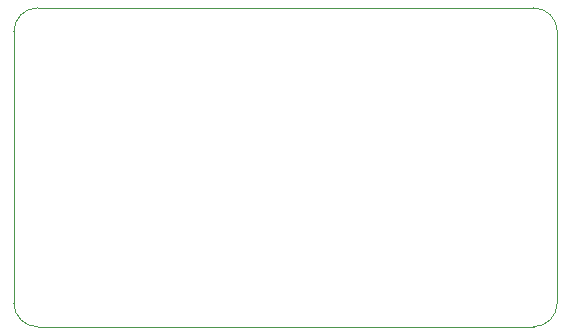
<source format=gm1>
G04 #@! TF.GenerationSoftware,KiCad,Pcbnew,5.1.5+dfsg1-2build2*
G04 #@! TF.CreationDate,2021-02-08T17:23:34+09:00*
G04 #@! TF.ProjectId,v3-pwm-buffer,76332d70-776d-42d6-9275-666665722e6b,rev?*
G04 #@! TF.SameCoordinates,Original*
G04 #@! TF.FileFunction,Profile,NP*
%FSLAX46Y46*%
G04 Gerber Fmt 4.6, Leading zero omitted, Abs format (unit mm)*
G04 Created by KiCad (PCBNEW 5.1.5+dfsg1-2build2) date 2021-02-08 17:23:34*
%MOMM*%
%LPD*%
G04 APERTURE LIST*
%ADD10C,0.050000*%
G04 APERTURE END LIST*
D10*
X47000000Y-38000000D02*
G75*
G02X49000000Y-36000000I2000000J0D01*
G01*
X49000000Y-63000000D02*
G75*
G02X47000000Y-61000000I0J2000000D01*
G01*
X93000000Y-61000000D02*
G75*
G02X91000000Y-63000000I-2000000J0D01*
G01*
X91000000Y-36000000D02*
G75*
G02X93000000Y-38000000I0J-2000000D01*
G01*
X47000000Y-61000000D02*
X47000000Y-38000000D01*
X91000000Y-63000000D02*
X49000000Y-63000000D01*
X93000000Y-38000000D02*
X93000000Y-61000000D01*
X49000000Y-36000000D02*
X91000000Y-36000000D01*
M02*

</source>
